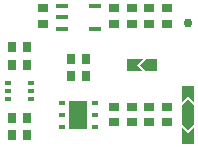
<source format=gtp>
G04*
G04 #@! TF.GenerationSoftware,Altium Limited,Altium Designer,20.2.5 (213)*
G04*
G04 Layer_Color=8421504*
%FSLAX25Y25*%
%MOIN*%
G70*
G04*
G04 #@! TF.SameCoordinates,F18023E5-EE5D-4DE6-B478-A7BB098ACCA1*
G04*
G04*
G04 #@! TF.FilePolarity,Positive*
G04*
G01*
G75*
%ADD16R,0.03200X0.04000*%
%ADD17R,0.03850X0.01800*%
%ADD18R,0.03701X0.02913*%
%ADD19R,0.02913X0.03701*%
%ADD20R,0.02362X0.01654*%
%ADD21R,0.05906X0.09449*%
%ADD22R,0.02362X0.01575*%
%ADD23R,0.04000X0.04500*%
%ADD24R,0.04000X0.03200*%
%ADD25C,0.03000*%
G36*
X70712Y28513D02*
X69712D01*
X67712Y30513D01*
X69712Y32513D01*
X70712D01*
Y28513D01*
D02*
G37*
G36*
X66712Y30513D02*
X68712Y28513D01*
X65712D01*
Y30513D01*
Y32513D01*
X68712D01*
X66712Y30513D01*
D02*
G37*
G36*
X85663Y18003D02*
X83663Y20003D01*
X81663Y18003D01*
Y21003D01*
X85663D01*
Y18003D01*
D02*
G37*
G36*
Y16919D02*
Y15919D01*
X81663D01*
Y16919D01*
X83663Y18919D01*
X85663Y16919D01*
D02*
G37*
G36*
Y10643D02*
X83663Y8643D01*
X81663Y10643D01*
Y11643D01*
X85663D01*
Y10643D01*
D02*
G37*
G36*
Y6559D02*
X81663D01*
Y9559D01*
X83663Y7559D01*
X85663Y9559D01*
Y6559D01*
D02*
G37*
D16*
X64962Y30513D02*
D03*
X71712D02*
D03*
D17*
X52621Y50001D02*
D03*
Y42521D02*
D03*
X41871D02*
D03*
Y46261D02*
D03*
Y50001D02*
D03*
D18*
X35435Y49294D02*
D03*
Y44176D02*
D03*
X59057Y49296D02*
D03*
Y44178D02*
D03*
Y11221D02*
D03*
Y16339D02*
D03*
X64962Y49296D02*
D03*
Y44178D02*
D03*
X70868Y49296D02*
D03*
Y44178D02*
D03*
X76773Y49296D02*
D03*
Y44178D02*
D03*
X76773Y16339D02*
D03*
Y11221D02*
D03*
X70868Y16339D02*
D03*
Y11221D02*
D03*
X64962Y16339D02*
D03*
Y11221D02*
D03*
D19*
X30120Y6891D02*
D03*
X25002D02*
D03*
X25002Y12797D02*
D03*
X30120D02*
D03*
X25002Y30513D02*
D03*
X30120D02*
D03*
X30120Y36419D02*
D03*
X25002D02*
D03*
X44660Y26576D02*
D03*
X49778D02*
D03*
X49776Y32482D02*
D03*
X44658D02*
D03*
D20*
X31301Y19096D02*
D03*
Y21655D02*
D03*
Y24214D02*
D03*
X23821D02*
D03*
Y21655D02*
D03*
Y19096D02*
D03*
D21*
X47218Y13781D02*
D03*
D22*
X52730Y9844D02*
D03*
Y13781D02*
D03*
Y17718D02*
D03*
X41706Y13781D02*
D03*
Y17718D02*
D03*
Y9844D02*
D03*
D23*
X83663Y13767D02*
D03*
D24*
Y5808D02*
D03*
Y21753D02*
D03*
D25*
Y44293D02*
D03*
M02*

</source>
